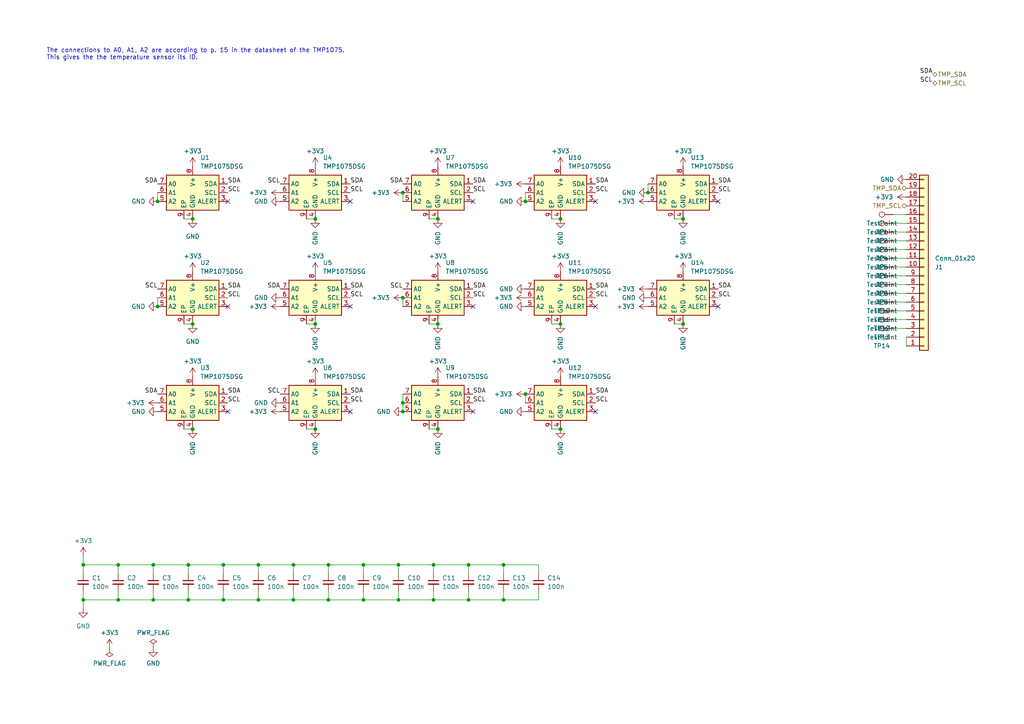
<source format=kicad_sch>
(kicad_sch (version 20231120) (generator "eeschema") (generator_version "8.0")
  (paper "A4")
  (lib_symbols
    (symbol "+3V3_1" (power) (pin_numbers hide) (pin_names (offset 0) hide)
      (property "Value" "+3V3" (at 0 3.556 0))
      (symbol "+3V3_1_0_1"
        (polyline (pts (xy -0.762 1.27) (xy 0 2.54)))
        (polyline (pts (xy 0 0) (xy 0 2.54)))
        (polyline (pts (xy 0 2.54) (xy 0.762 1.27)))
      )
      (symbol "+3V3_1_1_1"
        (pin power_in line (at 0 0 90) (length 0) (name "~") (number "1"))
      )
    )
    (symbol "Connector:TestPoint" (pin_numbers hide) (pin_names (offset 0.762) hide)
      (property "Reference" "TP" (at 0 6.858 0))
      (property "Value" "TestPoint" (at 0 5.08 0))
      (symbol "TestPoint_0_1"
        (circle (center 0 3.302) (radius 0.762))
      )
      (symbol "TestPoint_1_1"
        (pin passive line (at 0 0 90) (length 2.54) (name "1") (number "1"))
      )
    )
    (symbol "Connector_Generic:Conn_01x20" (pin_names (offset 1.016) hide)
      (property "Reference" "J" (at 0 25.4 0))
      (property "Value" "Conn_01x20" (at 0 -27.94 0))
      (symbol "Conn_01x20_1_1"
        (rectangle (start -1.27 -25.273) (end 0 -25.527) (stroke (width 0.1524)))
        (rectangle (start -1.27 -22.733) (end 0 -22.987) (stroke (width 0.1524)))
        (rectangle (start -1.27 -20.193) (end 0 -20.447) (stroke (width 0.1524)))
        (rectangle (start -1.27 -17.653) (end 0 -17.907) (stroke (width 0.1524)))
        (rectangle (start -1.27 -15.113) (end 0 -15.367) (stroke (width 0.1524)))
        (rectangle (start -1.27 -12.573) (end 0 -12.827) (stroke (width 0.1524)))
        (rectangle (start -1.27 -10.033) (end 0 -10.287) (stroke (width 0.1524)))
        (rectangle (start -1.27 -7.493) (end 0 -7.747) (stroke (width 0.1524)))
        (rectangle (start -1.27 -4.953) (end 0 -5.207) (stroke (width 0.1524)))
        (rectangle (start -1.27 -2.413) (end 0 -2.667) (stroke (width 0.1524)))
        (rectangle (start -1.27 0.127) (end 0 -0.127) (stroke (width 0.1524)))
        (rectangle (start -1.27 2.667) (end 0 2.413) (stroke (width 0.1524)))
        (rectangle (start -1.27 5.207) (end 0 4.953) (stroke (width 0.1524)))
        (rectangle (start -1.27 7.747) (end 0 7.493) (stroke (width 0.1524)))
        (rectangle (start -1.27 10.287) (end 0 10.033) (stroke (width 0.1524)))
        (rectangle (start -1.27 12.827) (end 0 12.573) (stroke (width 0.1524)))
        (rectangle (start -1.27 15.367) (end 0 15.113) (stroke (width 0.1524)))
        (rectangle (start -1.27 17.907) (end 0 17.653) (stroke (width 0.1524)))
        (rectangle (start -1.27 20.447) (end 0 20.193) (stroke (width 0.1524)))
        (rectangle (start -1.27 22.987) (end 0 22.733) (stroke (width 0.1524)))
        (rectangle (start -1.27 24.13) (end 1.27 -26.67) (stroke (width 0.254)) (fill (type background)))
        (pin passive line (at -5.08 22.86 0) (length 3.81) (name "Pin_1") (number "1"))
        (pin passive line (at -5.08 0 0) (length 3.81) (name "Pin_10") (number "10"))
        (pin passive line (at -5.08 -2.54 0) (length 3.81) (name "Pin_11") (number "11"))
        (pin passive line (at -5.08 -5.08 0) (length 3.81) (name "Pin_12") (number "12"))
        (pin passive line (at -5.08 -7.62 0) (length 3.81) (name "Pin_13") (number "13"))
        (pin passive line (at -5.08 -10.16 0) (length 3.81) (name "Pin_14") (number "14"))
        (pin passive line (at -5.08 -12.7 0) (length 3.81) (name "Pin_15") (number "15"))
        (pin passive line (at -5.08 -15.24 0) (length 3.81) (name "Pin_16") (number "16"))
        (pin passive line (at -5.08 -17.78 0) (length 3.81) (name "Pin_17") (number "17"))
        (pin passive line (at -5.08 -20.32 0) (length 3.81) (name "Pin_18") (number "18"))
        (pin passive line (at -5.08 -22.86 0) (length 3.81) (name "Pin_19") (number "19"))
        (pin passive line (at -5.08 20.32 0) (length 3.81) (name "Pin_2") (number "2"))
        (pin passive line (at -5.08 -25.4 0) (length 3.81) (name "Pin_20") (number "20"))
        (pin passive line (at -5.08 17.78 0) (length 3.81) (name "Pin_3") (number "3"))
        (pin passive line (at -5.08 15.24 0) (length 3.81) (name "Pin_4") (number "4"))
        (pin passive line (at -5.08 12.7 0) (length 3.81) (name "Pin_5") (number "5"))
        (pin passive line (at -5.08 10.16 0) (length 3.81) (name "Pin_6") (number "6"))
        (pin passive line (at -5.08 7.62 0) (length 3.81) (name "Pin_7") (number "7"))
        (pin passive line (at -5.08 5.08 0) (length 3.81) (name "Pin_8") (number "8"))
        (pin passive line (at -5.08 2.54 0) (length 3.81) (name "Pin_9") (number "9"))
      )
    )
    (symbol "Device:C_Small" (pin_numbers hide) (pin_names (offset 0.254) hide)
      (property "Reference" "C" (at 0.254 1.778 0))
      (property "Value" "C_Small" (at 0.254 -2.032 0))
      (symbol "C_Small_0_1"
        (polyline (pts (xy -1.524 -0.508) (xy 1.524 -0.508)) (stroke (width 0.3302)))
        (polyline (pts (xy -1.524 0.508) (xy 1.524 0.508)) (stroke (width 0.3048)))
      )
      (symbol "C_Small_1_1"
        (pin passive line (at 0 2.54 270) (length 2.032) (name "~") (number "1"))
        (pin passive line (at 0 -2.54 90) (length 2.032) (name "~") (number "2"))
      )
    )
    (symbol "Sensor_Temperature:TMP1075DSG"
      (property "Reference" "U" (at -6.35 6.35 0))
      (property "Value" "TMP1075DSG" (at 6.35 6.35 0))
      (symbol "TMP1075DSG_0_1"
        (rectangle (start -7.62 5.08) (end 7.62 -5.08) (stroke (width 0.254)) (fill (type background)))
      )
      (symbol "TMP1075DSG_1_1"
        (pin bidirectional line (at 10.16 2.54 180) (length 2.54) (name "SDA") (number "1"))
        (pin input line (at 10.16 0 180) (length 2.54) (name "SCL") (number "2"))
        (pin open_collector line (at 10.16 -2.54 180) (length 2.54) (name "ALERT") (number "3"))
        (pin power_in line (at 0 -7.62 90) (length 2.54) (name "GND") (number "4"))
        (pin input line (at -10.16 -2.54 0) (length 2.54) (name "A2") (number "5"))
        (pin input line (at -10.16 0 0) (length 2.54) (name "A1") (number "6"))
        (pin input line (at -10.16 2.54 0) (length 2.54) (name "A0") (number "7"))
        (pin power_in line (at 0 7.62 270) (length 2.54) (name "V+") (number "8"))
        (pin passive line (at -2.54 -7.62 90) (length 2.54) (name "EP") (number "9"))
      )
    )
    (symbol "power:+3V3" (power) (pin_names (offset 0))
      (property "Value" "+3V3" (at 0 3.556 0))
      (symbol "+3V3_0_1"
        (polyline (pts (xy -0.762 1.27) (xy 0 2.54)))
        (polyline (pts (xy 0 0) (xy 0 2.54)))
        (polyline (pts (xy 0 2.54) (xy 0.762 1.27)))
      )
      (symbol "+3V3_1_1"
        (pin power_in line (at 0 0 90) (length 0) hide (name "+3V3") (number "1"))
      )
    )
    (symbol "power:GND" (power) (pin_names (offset 0))
      (property "Value" "GND" (at 0 -3.81 0))
      (symbol "GND_0_1"
        (polyline (pts (xy 0 0) (xy 0 -1.27) (xy 1.27 -1.27) (xy 0 -2.54) (xy -1.27 -1.27) (xy 0 -1.27)))
      )
      (symbol "GND_1_1"
        (pin power_in line (at 0 0 270) (length 0) hide (name "GND") (number "1"))
      )
    )
    (symbol "power:PWR_FLAG" (power) (pin_numbers hide) (pin_names (offset 0) hide)
      (property "Value" "PWR_FLAG" (at 0 3.81 0))
      (symbol "PWR_FLAG_0_0"
        (pin power_out line (at 0 0 90) (length 0) (name "~") (number "1"))
      )
      (symbol "PWR_FLAG_0_1"
        (polyline (pts (xy 0 0) (xy 0 1.27) (xy -1.016 1.905) (xy 0 2.54) (xy 1.016 1.905) (xy 0 1.27)))
      )
    )
  )
  (junction (at 152.4 58.42))
  (junction (at 55.88 93.98))
  (junction (at 55.88 124.46))
  (junction (at 198.12 93.98))
  (junction (at 162.56 63.5))
  (junction (at 24.13 163.83))
  (junction (at 64.77 163.83))
  (junction (at 45.72 58.42))
  (junction (at 95.25 173.99))
  (junction (at 44.45 163.83))
  (junction (at 44.45 173.99))
  (junction (at 146.05 173.99))
  (junction (at 105.41 173.99))
  (junction (at 115.57 173.99))
  (junction (at 91.44 63.5))
  (junction (at 91.44 93.98))
  (junction (at 91.44 124.46))
  (junction (at 125.73 163.83))
  (junction (at 146.05 163.83))
  (junction (at 74.93 173.99))
  (junction (at 162.56 93.98))
  (junction (at 85.09 173.99))
  (junction (at 74.93 163.83))
  (junction (at 105.41 163.83))
  (junction (at 116.84 55.88))
  (junction (at 54.61 163.83))
  (junction (at 116.84 116.84))
  (junction (at 116.84 86.36))
  (junction (at 64.77 173.99))
  (junction (at 34.29 163.83))
  (junction (at 45.72 88.9))
  (junction (at 187.96 55.88))
  (junction (at 54.61 173.99))
  (junction (at 34.29 173.99))
  (junction (at 135.89 163.83))
  (junction (at 24.13 173.99))
  (junction (at 116.84 119.38))
  (junction (at 152.4 114.3))
  (junction (at 85.09 163.83))
  (junction (at 127 63.5))
  (junction (at 162.56 124.46))
  (junction (at 127 93.98))
  (junction (at 135.89 173.99))
  (junction (at 95.25 163.83))
  (junction (at 125.73 173.99))
  (junction (at 127 124.46))
  (junction (at 115.57 163.83))
  (junction (at 198.12 63.5))
  (junction (at 55.88 63.5))
  (no_connect (at 208.28 58.42))
  (no_connect (at 101.6 119.38))
  (no_connect (at 172.72 119.38))
  (no_connect (at 172.72 58.42))
  (no_connect (at 66.04 58.42))
  (no_connect (at 172.72 88.9))
  (no_connect (at 66.04 88.9))
  (no_connect (at 137.16 88.9))
  (no_connect (at 137.16 119.38))
  (no_connect (at 101.6 88.9))
  (no_connect (at 137.16 58.42))
  (no_connect (at 101.6 58.42))
  (no_connect (at 208.28 88.9))
  (no_connect (at 66.04 119.38))
  (wire (pts (xy 262.89 97.79) (xy 262.89 100.33)))
  (wire (pts (xy 259.08 74.93) (xy 262.89 74.93)))
  (wire (pts (xy 146.05 171.45) (xy 146.05 173.99)))
  (wire (pts (xy 54.61 173.99) (xy 44.45 173.99)))
  (wire (pts (xy 156.21 163.83) (xy 156.21 166.37)))
  (wire (pts (xy 88.9 93.98) (xy 91.44 93.98)))
  (wire (pts (xy 34.29 166.37) (xy 34.29 163.83)))
  (wire (pts (xy 64.77 173.99) (xy 54.61 173.99)))
  (wire (pts (xy 74.93 173.99) (xy 64.77 173.99)))
  (wire (pts (xy 105.41 173.99) (xy 95.25 173.99)))
  (wire (pts (xy 95.25 173.99) (xy 85.09 173.99)))
  (wire (pts (xy 259.08 72.39) (xy 262.89 72.39)))
  (wire (pts (xy 24.13 161.29) (xy 24.13 163.83)))
  (wire (pts (xy 105.41 171.45) (xy 105.41 173.99)))
  (wire (pts (xy 115.57 171.45) (xy 115.57 173.99)))
  (wire (pts (xy 125.73 163.83) (xy 125.73 166.37)))
  (wire (pts (xy 146.05 163.83) (xy 146.05 166.37)))
  (wire (pts (xy 259.08 95.25) (xy 262.89 95.25)))
  (wire (pts (xy 259.08 90.17) (xy 262.89 90.17)))
  (wire (pts (xy 53.34 63.5) (xy 55.88 63.5)))
  (wire (pts (xy 34.29 173.99) (xy 24.13 173.99)))
  (wire (pts (xy 34.29 163.83) (xy 44.45 163.83)))
  (wire (pts (xy 259.08 80.01) (xy 262.89 80.01)))
  (wire (pts (xy 125.73 173.99) (xy 115.57 173.99)))
  (wire (pts (xy 146.05 163.83) (xy 156.21 163.83)))
  (wire (pts (xy 74.93 163.83) (xy 74.93 166.37)))
  (wire (pts (xy 195.58 63.5) (xy 198.12 63.5)))
  (wire (pts (xy 54.61 171.45) (xy 54.61 173.99)))
  (wire (pts (xy 44.45 163.83) (xy 44.45 166.37)))
  (wire (pts (xy 85.09 171.45) (xy 85.09 173.99)))
  (wire (pts (xy 156.21 173.99) (xy 146.05 173.99)))
  (wire (pts (xy 152.4 114.3) (xy 152.4 116.84)))
  (wire (pts (xy 53.34 93.98) (xy 55.88 93.98)))
  (wire (pts (xy 95.25 171.45) (xy 95.25 173.99)))
  (wire (pts (xy 124.46 93.98) (xy 127 93.98)))
  (wire (pts (xy 116.84 114.3) (xy 116.84 116.84)))
  (wire (pts (xy 85.09 173.99) (xy 74.93 173.99)))
  (wire (pts (xy 85.09 163.83) (xy 95.25 163.83)))
  (wire (pts (xy 64.77 163.83) (xy 74.93 163.83)))
  (wire (pts (xy 74.93 163.83) (xy 85.09 163.83)))
  (wire (pts (xy 259.08 67.31) (xy 262.89 67.31)))
  (wire (pts (xy 115.57 163.83) (xy 115.57 166.37)))
  (wire (pts (xy 45.72 86.36) (xy 45.72 88.9)))
  (wire (pts (xy 135.89 173.99) (xy 125.73 173.99)))
  (wire (pts (xy 105.41 163.83) (xy 115.57 163.83)))
  (wire (pts (xy 195.58 93.98) (xy 198.12 93.98)))
  (wire (pts (xy 135.89 171.45) (xy 135.89 173.99)))
  (wire (pts (xy 24.13 163.83) (xy 34.29 163.83)))
  (wire (pts (xy 64.77 171.45) (xy 64.77 173.99)))
  (wire (pts (xy 259.08 64.77) (xy 262.89 64.77)))
  (wire (pts (xy 135.89 163.83) (xy 135.89 166.37)))
  (wire (pts (xy 54.61 163.83) (xy 64.77 163.83)))
  (wire (pts (xy 95.25 163.83) (xy 105.41 163.83)))
  (wire (pts (xy 187.96 53.34) (xy 187.96 55.88)))
  (wire (pts (xy 85.09 163.83) (xy 85.09 166.37)))
  (wire (pts (xy 160.02 124.46) (xy 162.56 124.46)))
  (wire (pts (xy 45.72 55.88) (xy 45.72 58.42)))
  (wire (pts (xy 34.29 171.45) (xy 34.29 173.99)))
  (wire (pts (xy 259.08 82.55) (xy 262.89 82.55)))
  (wire (pts (xy 259.08 85.09) (xy 262.89 85.09)))
  (wire (pts (xy 116.84 55.88) (xy 116.84 58.42)))
  (wire (pts (xy 44.45 173.99) (xy 34.29 173.99)))
  (wire (pts (xy 259.08 69.85) (xy 262.89 69.85)))
  (wire (pts (xy 54.61 163.83) (xy 54.61 166.37)))
  (wire (pts (xy 152.4 55.88) (xy 152.4 58.42)))
  (wire (pts (xy 44.45 171.45) (xy 44.45 173.99)))
  (wire (pts (xy 115.57 163.83) (xy 125.73 163.83)))
  (wire (pts (xy 74.93 171.45) (xy 74.93 173.99)))
  (wire (pts (xy 124.46 124.46) (xy 127 124.46)))
  (wire (pts (xy 135.89 163.83) (xy 146.05 163.83)))
  (wire (pts (xy 160.02 93.98) (xy 162.56 93.98)))
  (wire (pts (xy 259.08 77.47) (xy 262.89 77.47)))
  (wire (pts (xy 115.57 173.99) (xy 105.41 173.99)))
  (wire (pts (xy 259.08 87.63) (xy 262.89 87.63)))
  (wire (pts (xy 125.73 171.45) (xy 125.73 173.99)))
  (wire (pts (xy 116.84 86.36) (xy 116.84 88.9)))
  (wire (pts (xy 259.08 92.71) (xy 262.89 92.71)))
  (wire (pts (xy 124.46 63.5) (xy 127 63.5)))
  (wire (pts (xy 24.13 171.45) (xy 24.13 173.99)))
  (wire (pts (xy 24.13 163.83) (xy 24.13 166.37)))
  (wire (pts (xy 64.77 163.83) (xy 64.77 166.37)))
  (wire (pts (xy 88.9 63.5) (xy 91.44 63.5)))
  (wire (pts (xy 259.08 62.23) (xy 262.89 62.23)))
  (wire (pts (xy 95.25 166.37) (xy 95.25 163.83)))
  (wire (pts (xy 146.05 173.99) (xy 135.89 173.99)))
  (wire (pts (xy 88.9 124.46) (xy 91.44 124.46)))
  (wire (pts (xy 160.02 63.5) (xy 162.56 63.5)))
  (wire (pts (xy 105.41 163.83) (xy 105.41 166.37)))
  (wire (pts (xy 53.34 124.46) (xy 55.88 124.46)))
  (wire (pts (xy 44.45 163.83) (xy 54.61 163.83)))
  (wire (pts (xy 24.13 173.99) (xy 24.13 176.53)))
  (wire (pts (xy 156.21 171.45) (xy 156.21 173.99)))
  (wire (pts (xy 116.84 116.84) (xy 116.84 119.38)))
  (wire (pts (xy 125.73 163.83) (xy 135.89 163.83)))
  (text "The connections to A0, A1, A2 are according to p. 15 in the datasheet of the TMP1075. \nThis gives the the temperature sensor its ID. " (at 13.462 15.748 0) (effects (font (size 1.27 1.27)) (justify left)))
  (label "SDA" (at 208.28 53.34 0))
  (label "SCL" (at 137.16 116.84 0))
  (label "SDA" (at 172.72 53.34 0))
  (label "SCL" (at 101.6 55.88 0))
  (label "SDA" (at 81.28 83.82 180))
  (label "SDA" (at 45.72 114.3 180))
  (label "SDA" (at 45.72 53.34 180))
  (label "SCL" (at 66.04 55.88 0))
  (label "SCL" (at 270.51 24.13 180))
  (label "SDA" (at 66.04 83.82 0))
  (label "SDA" (at 137.16 53.34 0))
  (label "SCL" (at 137.16 55.88 0))
  (label "SCL" (at 172.72 55.88 0))
  (label "SDA" (at 172.72 114.3 0))
  (label "SCL" (at 81.28 114.3 180))
  (label "SCL" (at 101.6 116.84 0))
  (label "SDA" (at 172.72 83.82 0))
  (label "SDA" (at 116.84 53.34 180))
  (label "SCL" (at 66.04 116.84 0))
  (label "SDA" (at 101.6 114.3 0))
  (label "SCL" (at 66.04 86.36 0))
  (label "SDA" (at 137.16 83.82 0))
  (label "SCL" (at 208.28 55.88 0))
  (label "SDA" (at 137.16 114.3 0))
  (label "SCL" (at 137.16 86.36 0))
  (label "SDA" (at 101.6 53.34 0))
  (label "SDA" (at 270.51 21.59 180))
  (label "SCL" (at 172.72 86.36 0))
  (label "SDA" (at 101.6 83.82 0))
  (label "SCL" (at 208.28 86.36 0))
  (label "SDA" (at 66.04 114.3 0))
  (label "SCL" (at 172.72 116.84 0))
  (label "SDA" (at 66.04 53.34 0))
  (label "SCL" (at 116.84 83.82 180))
  (label "SCL" (at 45.72 83.82 180))
  (label "SCL" (at 81.28 53.34 180))
  (label "SDA" (at 208.28 83.82 0))
  (label "SCL" (at 101.6 86.36 0))
  (hierarchical_label "TMP_SCL" (shape bidirectional) (at 270.51 24.13 0))
  (hierarchical_label "TMP_SDA" (shape bidirectional) (at 270.51 21.59 0))
  (hierarchical_label "TMP_SDA" (shape bidirectional) (at 262.89 54.61 180))
  (hierarchical_label "TMP_SCL" (shape bidirectional) (at 262.89 59.69 180))
  (symbol (lib_id "power:GND") (at 24.13 176.53 0) (unit 1)
    (property "Reference" "#PWR02" (effects (hide yes)))
    (property "Value" "GND" (at 24.13 181.61 0))
  )
  (symbol (lib_id "power:+3V3") (at 31.75 187.96 0) (mirror y) (unit 1)
    (property "Reference" "#PWR03" (effects (hide yes)))
    (property "Value" "+3V3" (at 31.75 183.515 0))
  )
  (symbol (lib_id "power:+3V3") (at 91.44 48.26 0) (unit 1)
    (property "Reference" "#PWR021" (effects (hide yes)))
    (property "Value" "+3V3" (at 91.44 43.815 0))
  )
  (symbol (lib_id "power:+3V3") (at 152.4 53.34 90) (mirror x) (unit 1)
    (property "Reference" "#PWR036" (effects (hide yes)))
    (property "Value" "+3V3" (at 148.59 53.3401 90) (effects (justify left)))
  )
  (symbol (lib_id "Sensor_Temperature:TMP1075DSG") (at 55.88 116.84 0) (unit 1)
    (property "Reference" "U3" (at 58.0741 106.68 0) (effects (justify left)))
    (property "Value" "TMP1075DSG" (at 58.0741 109.22 0) (effects (justify left)))
    (property "Footprint" "Package_SON:WSON-8-1EP_2x2mm_P0.5mm_EP0.9x1.6mm_ThermalVias" (effects (hide yes)))
    (property "Datasheet" "https://www.ti.com/lit/gpn/tmp1075" (effects (hide yes)))
  )
  (symbol (lib_id "Device:C_Small") (at 156.21 168.91 0) (unit 1)
    (property "Reference" "C14" (at 158.75 167.6462 0) (effects (justify left)))
    (property "Value" "100n" (at 158.75 170.1862 0) (effects (justify left)))
    (property "Footprint" "Capacitor_SMD:C_0603_1608Metric" (effects (hide yes)))
  )
  (symbol (lib_id "power:GND") (at 55.88 124.46 0) (unit 1)
    (property "Reference" "#PWR014" (effects (hide yes)))
    (property "Value" "GND" (at 55.88 132.08 90) (effects (justify left)))
  )
  (symbol (lib_id "Sensor_Temperature:TMP1075DSG") (at 162.56 86.36 0) (unit 1)
    (property "Reference" "U11" (at 164.7541 76.2 0) (effects (justify left)))
    (property "Value" "TMP1075DSG" (at 164.7541 78.74 0) (effects (justify left)))
    (property "Footprint" "Package_SON:WSON-8-1EP_2x2mm_P0.5mm_EP0.9x1.6mm_ThermalVias" (effects (hide yes)))
    (property "Datasheet" "https://www.ti.com/lit/gpn/tmp1075" (effects (hide yes)))
  )
  (symbol (lib_id "power:GND") (at 81.28 86.36 270) (mirror x) (unit 1)
    (property "Reference" "#PWR017" (effects (hide yes)))
    (property "Value" "GND" (at 73.66 86.36 90) (effects (justify left)))
  )
  (symbol (lib_id "Sensor_Temperature:TMP1075DSG") (at 198.12 55.88 0) (unit 1)
    (property "Reference" "U13" (at 200.3141 45.72 0) (effects (justify left)))
    (property "Value" "TMP1075DSG" (at 200.3141 48.26 0) (effects (justify left)))
    (property "Footprint" "Package_SON:WSON-8-1EP_2x2mm_P0.5mm_EP0.9x1.6mm_ThermalVias" (effects (hide yes)))
    (property "Datasheet" "https://www.ti.com/lit/gpn/tmp1075" (effects (hide yes)))
  )
  (symbol (lib_id "Sensor_Temperature:TMP1075DSG") (at 127 116.84 0) (unit 1)
    (property "Reference" "U9" (at 129.1941 106.68 0) (effects (justify left)))
    (property "Value" "TMP1075DSG" (at 129.1941 109.22 0) (effects (justify left)))
    (property "Footprint" "Package_SON:WSON-8-1EP_2x2mm_P0.5mm_EP0.9x1.6mm_ThermalVias" (effects (hide yes)))
    (property "Datasheet" "https://www.ti.com/lit/gpn/tmp1075" (effects (hide yes)))
  )
  (symbol (lib_id "Device:C_Small") (at 54.61 168.91 0) (unit 1)
    (property "Reference" "C4" (at 57.15 167.6462 0) (effects (justify left)))
    (property "Value" "100n" (at 57.15 170.1862 0) (effects (justify left)))
    (property "Footprint" "Capacitor_SMD:C_0603_1608Metric" (effects (hide yes)))
  )
  (symbol (lib_id "power:GND") (at 116.84 119.38 270) (unit 1)
    (property "Reference" "#PWR029" (effects (hide yes)))
    (property "Value" "GND" (at 109.22 119.38 90) (effects (justify left)))
  )
  (symbol (lib_id "Sensor_Temperature:TMP1075DSG") (at 127 55.88 0) (unit 1)
    (property "Reference" "U7" (at 129.1941 45.72 0) (effects (justify left)))
    (property "Value" "TMP1075DSG" (at 129.1941 48.26 0) (effects (justify left)))
    (property "Footprint" "Package_SON:WSON-8-1EP_2x2mm_P0.5mm_EP0.9x1.6mm_ThermalVias" (effects (hide yes)))
    (property "Datasheet" "https://www.ti.com/lit/gpn/tmp1075" (effects (hide yes)))
  )
  (symbol (lib_id "power:+3V3") (at 152.4 114.3 90) (mirror x) (unit 1)
    (property "Reference" "#PWR041" (effects (hide yes)))
    (property "Value" "+3V3" (at 148.59 114.3001 90) (effects (justify left)))
  )
  (symbol (lib_id "power:GND") (at 44.45 187.96 0) (mirror y) (unit 1)
    (property "Reference" "#PWR04" (effects (hide yes)))
    (property "Value" "GND" (at 44.45 192.405 0))
  )
  (symbol (lib_id "Connector:TestPoint") (at 259.08 62.23 90) (mirror x) (unit 1)
    (property "Reference" "TP1" (at 255.778 67.31 90))
    (property "Value" "TestPoint" (at 255.778 64.77 90))
    (property "Footprint" "TestPoint:TestPoint_Pad_1.0x1.0mm" (effects (hide yes)))
    (property "Description" "test point" (effects (hide yes)))
  )
  (symbol (lib_id "Device:C_Small") (at 95.25 168.91 0) (unit 1)
    (property "Reference" "C8" (at 97.79 167.6462 0) (effects (justify left)))
    (property "Value" "100n" (at 97.79 170.1862 0) (effects (justify left)))
    (property "Footprint" "Capacitor_SMD:C_0603_1608Metric" (effects (hide yes)))
  )
  (symbol (lib_id "power:+3V3") (at 81.28 119.38 90) (mirror x) (unit 1)
    (property "Reference" "#PWR020" (effects (hide yes)))
    (property "Value" "+3V3" (at 77.47 119.3801 90) (effects (justify left)))
  )
  (symbol (lib_id "Sensor_Temperature:TMP1075DSG") (at 91.44 55.88 0) (unit 1)
    (property "Reference" "U4" (at 93.6341 45.72 0) (effects (justify left)))
    (property "Value" "TMP1075DSG" (at 93.6341 48.26 0) (effects (justify left)))
    (property "Footprint" "Package_SON:WSON-8-1EP_2x2mm_P0.5mm_EP0.9x1.6mm_ThermalVias" (effects (hide yes)))
    (property "Datasheet" "https://www.ti.com/lit/gpn/tmp1075" (effects (hide yes)))
  )
  (symbol (lib_id "power:+3V3") (at 198.12 78.74 0) (unit 1)
    (property "Reference" "#PWR056" (effects (hide yes)))
    (property "Value" "+3V3" (at 198.12 74.295 0))
  )
  (symbol (lib_id "Sensor_Temperature:TMP1075DSG") (at 162.56 116.84 0) (unit 1)
    (property "Reference" "U12" (at 164.7541 106.68 0) (effects (justify left)))
    (property "Value" "TMP1075DSG" (at 164.7541 109.22 0) (effects (justify left)))
    (property "Footprint" "Package_SON:WSON-8-1EP_2x2mm_P0.5mm_EP0.9x1.6mm_ThermalVias" (effects (hide yes)))
    (property "Datasheet" "https://www.ti.com/lit/gpn/tmp1075" (effects (hide yes)))
  )
  (symbol (lib_id "power:GND") (at 187.96 86.36 270) (mirror x) (unit 1)
    (property "Reference" "#PWR052" (effects (hide yes)))
    (property "Value" "GND" (at 180.34 86.36 90) (effects (justify left)))
  )
  (symbol (lib_id "Sensor_Temperature:TMP1075DSG") (at 55.88 55.88 0) (unit 1)
    (property "Reference" "U1" (at 58.0741 45.72 0) (effects (justify left)))
    (property "Value" "TMP1075DSG" (at 58.0741 48.26 0) (effects (justify left)))
    (property "Footprint" "Package_SON:WSON-8-1EP_2x2mm_P0.5mm_EP0.9x1.6mm_ThermalVias" (effects (hide yes)))
    (property "Datasheet" "https://www.ti.com/lit/gpn/tmp1075" (effects (hide yes)))
  )
  (symbol (lib_id "power:+3V3") (at 55.88 78.74 0) (unit 1)
    (property "Reference" "#PWR011" (effects (hide yes)))
    (property "Value" "+3V3" (at 55.88 74.295 0))
  )
  (symbol (lib_id "power:GND") (at 152.4 58.42 270) (unit 1)
    (property "Reference" "#PWR037" (effects (hide yes)))
    (property "Value" "GND" (at 144.78 58.42 90) (effects (justify left)))
  )
  (symbol (lib_id "Connector:TestPoint") (at 259.08 67.31 90) (mirror x) (unit 1)
    (property "Reference" "TP3" (at 255.778 72.39 90))
    (property "Value" "TestPoint" (at 255.778 69.85 90))
    (property "Footprint" "TestPoint:TestPoint_Pad_1.0x1.0mm" (effects (hide yes)))
    (property "Description" "test point" (effects (hide yes)))
  )
  (symbol (lib_id "Device:C_Small") (at 24.13 168.91 0) (unit 1)
    (property "Reference" "C1" (at 26.67 167.6462 0) (effects (justify left)))
    (property "Value" "100n" (at 26.67 170.1862 0) (effects (justify left)))
    (property "Footprint" "Capacitor_SMD:C_0603_1608Metric" (effects (hide yes)))
  )
  (symbol (lib_id "power:GND") (at 91.44 124.46 0) (unit 1)
    (property "Reference" "#PWR026" (effects (hide yes)))
    (property "Value" "GND" (at 91.44 132.08 90) (effects (justify left)))
  )
  (symbol (lib_id "Device:C_Small") (at 125.73 168.91 0) (unit 1)
    (property "Reference" "C11" (at 128.27 167.6462 0) (effects (justify left)))
    (property "Value" "100n" (at 128.27 170.1862 0) (effects (justify left)))
    (property "Footprint" "Capacitor_SMD:C_0603_1608Metric" (effects (hide yes)))
  )
  (symbol (lib_id "power:+3V3") (at 55.88 109.22 0) (unit 1)
    (property "Reference" "#PWR013" (effects (hide yes)))
    (property "Value" "+3V3" (at 55.88 104.775 0))
  )
  (symbol (lib_id "power:GND") (at 198.12 63.5 0) (unit 1)
    (property "Reference" "#PWR055" (effects (hide yes)))
    (property "Value" "GND" (at 198.12 71.12 90) (effects (justify left)))
  )
  (symbol (lib_id "Device:C_Small") (at 74.93 168.91 0) (unit 1)
    (property "Reference" "C6" (at 77.47 167.6462 0) (effects (justify left)))
    (property "Value" "100n" (at 77.47 170.1862 0) (effects (justify left)))
    (property "Footprint" "Capacitor_SMD:C_0603_1608Metric" (effects (hide yes)))
  )
  (symbol (lib_id "power:GND") (at 162.56 63.5 0) (unit 1)
    (property "Reference" "#PWR044" (effects (hide yes)))
    (property "Value" "GND" (at 162.56 71.12 90) (effects (justify left)))
  )
  (symbol (lib_id "Sensor_Temperature:TMP1075DSG") (at 55.88 86.36 0) (unit 1)
    (property "Reference" "U2" (at 58.0741 76.2 0) (effects (justify left)))
    (property "Value" "TMP1075DSG" (at 58.0741 78.74 0) (effects (justify left)))
    (property "Footprint" "Package_SON:WSON-8-1EP_2x2mm_P0.5mm_EP0.9x1.6mm_ThermalVias" (effects (hide yes)))
    (property "Datasheet" "https://www.ti.com/lit/gpn/tmp1075" (effects (hide yes)))
  )
  (symbol (lib_id "Connector:TestPoint") (at 259.08 95.25 90) (mirror x) (unit 1)
    (property "Reference" "TP14" (at 255.778 100.33 90))
    (property "Value" "TestPoint" (at 255.778 97.79 90))
    (property "Footprint" "TestPoint:TestPoint_Pad_1.0x1.0mm" (effects (hide yes)))
    (property "Description" "test point" (effects (hide yes)))
  )
  (symbol (lib_id "Connector:TestPoint") (at 259.08 85.09 90) (mirror x) (unit 1)
    (property "Reference" "TP10" (at 255.778 90.17 90))
    (property "Value" "TestPoint" (at 255.778 87.63 90))
    (property "Footprint" "TestPoint:TestPoint_Pad_1.0x1.0mm" (effects (hide yes)))
    (property "Description" "test point" (effects (hide yes)))
  )
  (symbol (lib_id "power:GND") (at 262.89 52.07 270) (mirror x) (unit 1)
    (property "Reference" "#PWR059" (effects (hide yes)))
    (property "Value" "GND" (at 255.27 52.07 90) (effects (justify left)))
  )
  (symbol (lib_id "Device:C_Small") (at 85.09 168.91 0) (unit 1)
    (property "Reference" "C7" (at 87.63 167.6462 0) (effects (justify left)))
    (property "Value" "100n" (at 87.63 170.1862 0) (effects (justify left)))
    (property "Footprint" "Capacitor_SMD:C_0603_1608Metric" (effects (hide yes)))
  )
  (symbol (lib_id "power:GND") (at 162.56 93.98 0) (unit 1)
    (property "Reference" "#PWR046" (effects (hide yes)))
    (property "Value" "GND" (at 162.56 101.6 90) (effects (justify left)))
  )
  (symbol (lib_id "power:PWR_FLAG") (at 31.75 187.96 180) (unit 1)
    (property "Reference" "#FLG01" (effects (hide yes)))
    (property "Value" "PWR_FLAG" (at 31.75 192.405 0))
    (property "Description" "Special symbol for telling ERC where power comes from" (effects (hide yes)))
  )
  (symbol (lib_id "Device:C_Small") (at 44.45 168.91 0) (unit 1)
    (property "Reference" "C3" (at 46.99 167.6462 0) (effects (justify left)))
    (property "Value" "100n" (at 46.99 170.1862 0) (effects (justify left)))
    (property "Footprint" "Capacitor_SMD:C_0603_1608Metric" (effects (hide yes)))
  )
  (symbol (lib_id "Connector:TestPoint") (at 259.08 74.93 90) (mirror x) (unit 1)
    (property "Reference" "TP6" (at 255.778 80.01 90))
    (property "Value" "TestPoint" (at 255.778 77.47 90))
    (property "Footprint" "TestPoint:TestPoint_Pad_1.0x1.0mm" (effects (hide yes)))
    (property "Description" "test point" (effects (hide yes)))
  )
  (symbol (lib_id "Connector:TestPoint") (at 259.08 90.17 90) (mirror x) (unit 1)
    (property "Reference" "TP12" (at 255.778 95.25 90))
    (property "Value" "TestPoint" (at 255.778 92.71 90))
    (property "Footprint" "TestPoint:TestPoint_Pad_1.0x1.0mm" (effects (hide yes)))
    (property "Description" "test point" (effects (hide yes)))
  )
  (symbol (lib_id "power:GND") (at 81.28 58.42 270) (unit 1)
    (property "Reference" "#PWR016" (effects (hide yes)))
    (property "Value" "GND" (at 73.66 58.42 90) (effects (justify left)))
  )
  (symbol (lib_id "Device:C_Small") (at 64.77 168.91 0) (unit 1)
    (property "Reference" "C5" (at 67.31 167.6462 0) (effects (justify left)))
    (property "Value" "100n" (at 67.31 170.1862 0) (effects (justify left)))
    (property "Footprint" "Capacitor_SMD:C_0603_1608Metric" (effects (hide yes)))
  )
  (symbol (lib_id "Connector:TestPoint") (at 259.08 80.01 90) (mirror x) (unit 1)
    (property "Reference" "TP8" (at 255.778 85.09 90))
    (property "Value" "TestPoint" (at 255.778 82.55 90))
    (property "Footprint" "TestPoint:TestPoint_Pad_1.0x1.0mm" (effects (hide yes)))
    (property "Description" "test point" (effects (hide yes)))
  )
  (symbol (lib_id "power:GND") (at 45.72 119.38 270) (unit 1)
    (property "Reference" "#PWR08" (effects (hide yes)))
    (property "Value" "GND" (at 38.1 119.38 90) (effects (justify left)))
  )
  (symbol (lib_id "power:+3V3") (at 198.12 48.26 0) (unit 1)
    (property "Reference" "#PWR054" (effects (hide yes)))
    (property "Value" "+3V3" (at 198.12 43.815 0))
  )
  (symbol (lib_id "Sensor_Temperature:TMP1075DSG") (at 91.44 86.36 0) (unit 1)
    (property "Reference" "U5" (at 93.6341 76.2 0) (effects (justify left)))
    (property "Value" "TMP1075DSG" (at 93.6341 78.74 0) (effects (justify left)))
    (property "Footprint" "Package_SON:WSON-8-1EP_2x2mm_P0.5mm_EP0.9x1.6mm_ThermalVias" (effects (hide yes)))
    (property "Datasheet" "https://www.ti.com/lit/gpn/tmp1075" (effects (hide yes)))
  )
  (symbol (lib_id "power:+3V3") (at 127 109.22 0) (unit 1)
    (property "Reference" "#PWR034" (effects (hide yes)))
    (property "Value" "+3V3" (at 127 104.775 0))
  )
  (symbol (lib_id "Connector:TestPoint") (at 259.08 64.77 90) (mirror x) (unit 1)
    (property "Reference" "TP2" (at 255.778 69.85 90))
    (property "Value" "TestPoint" (at 255.778 67.31 90))
    (property "Footprint" "TestPoint:TestPoint_Pad_1.0x1.0mm" (effects (hide yes)))
    (property "Description" "test point" (effects (hide yes)))
  )
  (symbol (lib_id "power:GND") (at 91.44 93.98 0) (unit 1)
    (property "Reference" "#PWR024" (effects (hide yes)))
    (property "Value" "GND" (at 91.44 101.6 90) (effects (justify left)))
  )
  (symbol (lib_id "power:GND") (at 55.88 63.5 0) (unit 1)
    (property "Reference" "#PWR010" (effects (hide yes)))
    (property "Value" "GND" (at 55.88 68.58 0))
  )
  (symbol (lib_id "Connector:TestPoint") (at 259.08 69.85 90) (mirror x) (unit 1)
    (property "Reference" "TP4" (at 255.778 74.93 90))
    (property "Value" "TestPoint" (at 255.778 72.39 90))
    (property "Footprint" "TestPoint:TestPoint_Pad_1.0x1.0mm" (effects (hide yes)))
    (property "Description" "test point" (effects (hide yes)))
  )
  (symbol (lib_id "Device:C_Small") (at 135.89 168.91 0) (unit 1)
    (property "Reference" "C12" (at 138.43 167.6462 0) (effects (justify left)))
    (property "Value" "100n" (at 138.43 170.1862 0) (effects (justify left)))
    (property "Footprint" "Capacitor_SMD:C_0603_1608Metric" (effects (hide yes)))
  )
  (symbol (lib_id "Connector:TestPoint") (at 259.08 77.47 90) (mirror x) (unit 1)
    (property "Reference" "TP7" (at 255.778 82.55 90))
    (property "Value" "TestPoint" (at 255.778 80.01 90))
    (property "Footprint" "TestPoint:TestPoint_Pad_1.0x1.0mm" (effects (hide yes)))
    (property "Description" "test point" (effects (hide yes)))
  )
  (symbol (lib_id "Device:C_Small") (at 105.41 168.91 0) (unit 1)
    (property "Reference" "C9" (at 107.95 167.6462 0) (effects (justify left)))
    (property "Value" "100n" (at 107.95 170.1862 0) (effects (justify left)))
    (property "Footprint" "Capacitor_SMD:C_0603_1608Metric" (effects (hide yes)))
  )
  (symbol (lib_id "power:+3V3") (at 187.96 88.9 90) (unit 1)
    (property "Reference" "#PWR053" (effects (hide yes)))
    (property "Value" "+3V3" (at 184.15 88.8999 90) (effects (justify left)))
  )
  (symbol (lib_id "power:+3V3") (at 81.28 55.88 90) (unit 1)
    (property "Reference" "#PWR015" (effects (hide yes)))
    (property "Value" "+3V3" (at 77.47 55.8799 90) (effects (justify left)))
  )
  (symbol (lib_id "Sensor_Temperature:TMP1075DSG") (at 127 86.36 0) (unit 1)
    (property "Reference" "U8" (at 129.1941 76.2 0) (effects (justify left)))
    (property "Value" "TMP1075DSG" (at 129.1941 78.74 0) (effects (justify left)))
    (property "Footprint" "Package_SON:WSON-8-1EP_2x2mm_P0.5mm_EP0.9x1.6mm_ThermalVias" (effects (hide yes)))
    (property "Datasheet" "https://www.ti.com/lit/gpn/tmp1075" (effects (hide yes)))
  )
  (symbol (lib_id "Connector:TestPoint") (at 259.08 92.71 90) (mirror x) (unit 1)
    (property "Reference" "TP13" (at 255.778 97.79 90))
    (property "Value" "TestPoint" (at 255.778 95.25 90))
    (property "Footprint" "TestPoint:TestPoint_Pad_1.0x1.0mm" (effects (hide yes)))
    (property "Description" "test point" (effects (hide yes)))
  )
  (symbol (lib_id "power:+3V3") (at 127 78.74 0) (unit 1)
    (property "Reference" "#PWR032" (effects (hide yes)))
    (property "Value" "+3V3" (at 127 74.295 0))
  )
  (symbol (lib_id "power:PWR_FLAG") (at 44.45 187.96 0) (unit 1)
    (property "Reference" "#FLG02" (effects (hide yes)))
    (property "Value" "PWR_FLAG" (at 44.45 183.515 0))
    (property "Description" "Special symbol for telling ERC where power comes from" (effects (hide yes)))
  )
  (symbol (lib_id "power:+3V3") (at 55.88 48.26 0) (unit 1)
    (property "Reference" "#PWR09" (effects (hide yes)))
    (property "Value" "+3V3" (at 55.88 43.815 0))
  )
  (symbol (lib_id "Sensor_Temperature:TMP1075DSG") (at 198.12 86.36 0) (unit 1)
    (property "Reference" "U14" (at 200.3141 76.2 0) (effects (justify left)))
    (property "Value" "TMP1075DSG" (at 200.3141 78.74 0) (effects (justify left)))
    (property "Footprint" "Package_SON:WSON-8-1EP_2x2mm_P0.5mm_EP0.9x1.6mm_ThermalVias" (effects (hide yes)))
    (property "Datasheet" "https://www.ti.com/lit/gpn/tmp1075" (effects (hide yes)))
  )
  (symbol (lib_id "power:+3V3") (at 45.72 116.84 90) (unit 1)
    (property "Reference" "#PWR07" (effects (hide yes)))
    (property "Value" "+3V3" (at 41.91 116.8399 90) (effects (justify left)))
  )
  (symbol (lib_name "+3V3_1") (lib_id "power:+3V3") (at 24.13 161.29 0) (unit 1)
    (property "Reference" "#PWR01" (effects (hide yes)))
    (property "Value" "+3V3" (at 24.13 156.845 0))
    (property "Description" "Power symbol creates a global label with name \"+3V3\"" (effects (hide yes)))
  )
  (symbol (lib_id "power:GND") (at 127 124.46 0) (unit 1)
    (property "Reference" "#PWR035" (effects (hide yes)))
    (property "Value" "GND" (at 127 132.08 90) (effects (justify left)))
  )
  (symbol (lib_id "power:GND") (at 198.12 93.98 0) (unit 1)
    (property "Reference" "#PWR057" (effects (hide yes)))
    (property "Value" "GND" (at 198.12 101.6 90) (effects (justify left)))
  )
  (symbol (lib_id "power:+3V3") (at 162.56 78.74 0) (unit 1)
    (property "Reference" "#PWR045" (effects (hide yes)))
    (property "Value" "+3V3" (at 162.56 74.295 0))
  )
  (symbol (lib_id "power:GND") (at 187.96 55.88 270) (mirror x) (unit 1)
    (property "Reference" "#PWR049" (effects (hide yes)))
    (property "Value" "GND" (at 180.34 55.88 90) (effects (justify left)))
  )
  (symbol (lib_id "Connector:TestPoint") (at 259.08 87.63 90) (mirror x) (unit 1)
    (property "Reference" "TP11" (at 255.778 92.71 90))
    (property "Value" "TestPoint" (at 255.778 90.17 90))
    (property "Footprint" "TestPoint:TestPoint_Pad_1.0x1.0mm" (effects (hide yes)))
    (property "Description" "test point" (effects (hide yes)))
  )
  (symbol (lib_id "power:GND") (at 81.28 116.84 270) (mirror x) (unit 1)
    (property "Reference" "#PWR019" (effects (hide yes)))
    (property "Value" "GND" (at 73.66 116.84 90) (effects (justify left)))
  )
  (symbol (lib_id "power:GND") (at 55.88 93.98 0) (unit 1)
    (property "Reference" "#PWR012" (effects (hide yes)))
    (property "Value" "GND" (at 55.88 99.06 0))
  )
  (symbol (lib_id "Sensor_Temperature:TMP1075DSG") (at 162.56 55.88 0) (unit 1)
    (property "Reference" "U10" (at 164.7541 45.72 0) (effects (justify left)))
    (property "Value" "TMP1075DSG" (at 164.7541 48.26 0) (effects (justify left)))
    (property "Footprint" "Package_SON:WSON-8-1EP_2x2mm_P0.5mm_EP0.9x1.6mm_ThermalVias" (effects (hide yes)))
    (property "Datasheet" "https://www.ti.com/lit/gpn/tmp1075" (effects (hide yes)))
  )
  (symbol (lib_id "Connector:TestPoint") (at 259.08 82.55 90) (mirror x) (unit 1)
    (property "Reference" "TP9" (at 255.778 87.63 90))
    (property "Value" "TestPoint" (at 255.778 85.09 90))
    (property "Footprint" "TestPoint:TestPoint_Pad_1.0x1.0mm" (effects (hide yes)))
    (property "Description" "test point" (effects (hide yes)))
  )
  (symbol (lib_id "power:GND") (at 45.72 88.9 270) (unit 1)
    (property "Reference" "#PWR06" (effects (hide yes)))
    (property "Value" "GND" (at 38.1 88.9 90) (effects (justify left)))
  )
  (symbol (lib_id "power:+3V3") (at 152.4 86.36 90) (mirror x) (unit 1)
    (property "Reference" "#PWR039" (effects (hide yes)))
    (property "Value" "+3V3" (at 148.59 86.3601 90) (effects (justify left)))
  )
  (symbol (lib_id "power:+3V3") (at 91.44 78.74 0) (unit 1)
    (property "Reference" "#PWR023" (effects (hide yes)))
    (property "Value" "+3V3" (at 91.44 74.295 0))
  )
  (symbol (lib_id "power:GND") (at 127 63.5 0) (unit 1)
    (property "Reference" "#PWR031" (effects (hide yes)))
    (property "Value" "GND" (at 127 71.12 90) (effects (justify left)))
  )
  (symbol (lib_id "Device:C_Small") (at 34.29 168.91 0) (unit 1)
    (property "Reference" "C2" (at 36.83 167.6462 0) (effects (justify left)))
    (property "Value" "100n" (at 36.83 170.1862 0) (effects (justify left)))
    (property "Footprint" "Capacitor_SMD:C_0603_1608Metric" (effects (hide yes)))
  )
  (symbol (lib_id "power:+3V3") (at 187.96 58.42 90) (unit 1)
    (property "Reference" "#PWR050" (effects (hide yes)))
    (property "Value" "+3V3" (at 184.15 58.4199 90) (effects (justify left)))
  )
  (symbol (lib_id "Connector:TestPoint") (at 259.08 72.39 90) (mirror x) (unit 1)
    (property "Reference" "TP5" (at 255.778 77.47 90))
    (property "Value" "TestPoint" (at 255.778 74.93 90))
    (property "Footprint" "TestPoint:TestPoint_Pad_1.0x1.0mm" (effects (hide yes)))
    (property "Description" "test point" (effects (hide yes)))
  )
  (symbol (lib_id "power:+3V3") (at 91.44 109.22 0) (unit 1)
    (property "Reference" "#PWR025" (effects (hide yes)))
    (property "Value" "+3V3" (at 91.44 104.775 0))
  )
  (symbol (lib_id "power:GND") (at 152.4 119.38 270) (unit 1)
    (property "Reference" "#PWR042" (effects (hide yes)))
    (property "Value" "GND" (at 144.78 119.38 90) (effects (justify left)))
  )
  (symbol (lib_id "power:GND") (at 152.4 83.82 270) (unit 1)
    (property "Reference" "#PWR038" (effects (hide yes)))
    (property "Value" "GND" (at 144.78 83.82 90) (effects (justify left)))
  )
  (symbol (lib_id "power:+3V3") (at 262.89 57.15 90) (unit 1)
    (property "Reference" "#PWR058" (effects (hide yes)))
    (property "Value" "+3V3" (at 259.08 57.1499 90) (effects (justify left)))
  )
  (symbol (lib_id "Device:C_Small") (at 115.57 168.91 0) (unit 1)
    (property "Reference" "C10" (at 118.11 167.6462 0) (effects (justify left)))
    (property "Value" "100n" (at 118.11 170.1862 0) (effects (justify left)))
    (property "Footprint" "Capacitor_SMD:C_0603_1608Metric" (effects (hide yes)))
  )
  (symbol (lib_id "power:+3V3") (at 162.56 109.22 0) (unit 1)
    (property "Reference" "#PWR047" (effects (hide yes)))
    (property "Value" "+3V3" (at 162.56 104.775 0))
  )
  (symbol (lib_id "power:GND") (at 91.44 63.5 0) (unit 1)
    (property "Reference" "#PWR022" (effects (hide yes)))
    (property "Value" "GND" (at 91.44 71.12 90) (effects (justify left)))
  )
  (symbol (lib_id "power:GND") (at 162.56 124.46 0) (unit 1)
    (property "Reference" "#PWR048" (effects (hide yes)))
    (property "Value" "GND" (at 162.56 132.08 90) (effects (justify left)))
  )
  (symbol (lib_id "power:GND") (at 152.4 88.9 270) (unit 1)
    (property "Reference" "#PWR040" (effects (hide yes)))
    (property "Value" "GND" (at 144.78 88.9 90) (effects (justify left)))
  )
  (symbol (lib_id "power:+3V3") (at 127 48.26 0) (unit 1)
    (property "Reference" "#PWR030" (effects (hide yes)))
    (property "Value" "+3V3" (at 127 43.815 0))
  )
  (symbol (lib_id "power:+3V3") (at 81.28 88.9 90) (mirror x) (unit 1)
    (property "Reference" "#PWR018" (effects (hide yes)))
    (property "Value" "+3V3" (at 77.47 88.9001 90) (effects (justify left)))
  )
  (symbol (lib_id "power:+3V3") (at 162.56 48.26 0) (unit 1)
    (property "Reference" "#PWR043" (effects (hide yes)))
    (property "Value" "+3V3" (at 162.56 43.815 0))
  )
  (symbol (lib_id "Device:C_Small") (at 146.05 168.91 0) (unit 1)
    (property "Reference" "C13" (at 148.59 167.6462 0) (effects (justify left)))
    (property "Value" "100n" (at 148.59 170.1862 0) (effects (justify left)))
    (property "Footprint" "Capacitor_SMD:C_0603_1608Metric" (effects (hide yes)))
  )
  (symbol (lib_id "Sensor_Temperature:TMP1075DSG") (at 91.44 116.84 0) (unit 1)
    (property "Reference" "U6" (at 93.6341 106.68 0) (effects (justify left)))
    (property "Value" "TMP1075DSG" (at 93.6341 109.22 0) (effects (justify left)))
    (property "Footprint" "Package_SON:WSON-8-1EP_2x2mm_P0.5mm_EP0.9x1.6mm_ThermalVias" (effects (hide yes)))
    (property "Datasheet" "https://www.ti.com/lit/gpn/tmp1075" (effects (hide yes)))
  )
  (symbol (lib_id "power:GND") (at 127 93.98 0) (unit 1)
    (property "Reference" "#PWR033" (effects (hide yes)))
    (property "Value" "GND" (at 127 101.6 90) (effects (justify left)))
  )
  (symbol (lib_id "power:GND") (at 45.72 58.42 270) (unit 1)
    (property "Reference" "#PWR05" (effects (hide yes)))
    (property "Value" "GND" (at 38.1 58.42 90) (effects (justify left)))
  )
  (symbol (lib_id "power:+3V3") (at 116.84 86.36 90) (mirror x) (unit 1)
    (property "Reference" "#PWR028" (effects (hide yes)))
    (property "Value" "+3V3" (at 113.03 86.3601 90) (effects (justify left)))
  )
  (symbol (lib_id "power:+3V3") (at 187.96 83.82 90) (unit 1)
    (property "Reference" "#PWR051" (effects (hide yes)))
    (property "Value" "+3V3" (at 184.15 83.8199 90) (effects (justify left)))
  )
  (symbol (lib_id "power:+3V3") (at 116.84 55.88 90) (mirror x) (unit 1)
    (property "Reference" "#PWR027" (effects (hide yes)))
    (property "Value" "+3V3" (at 113.03 55.8801 90) (effects (justify left)))
  )
  (symbol (lib_id "Connector_Generic:Conn_01x20") (at 267.97 77.47 0) (mirror x) (unit 1)
    (property "Reference" "J1" (at 271.145 77.4701 0) (effects (justify left)))
    (property "Value" "Conn_01x20" (at 271.145 74.9301 0) (effects (justify left)))
    (property "Footprint" "MV_Abnehmerplatine:524652070" (effects (hide yes)))
    (property "Description" "Generic connector, single row, 01x20, script generated (kicad-library-utils/schlib/autogen/connector/)" (effects (hide yes)))
  )
)
</source>
